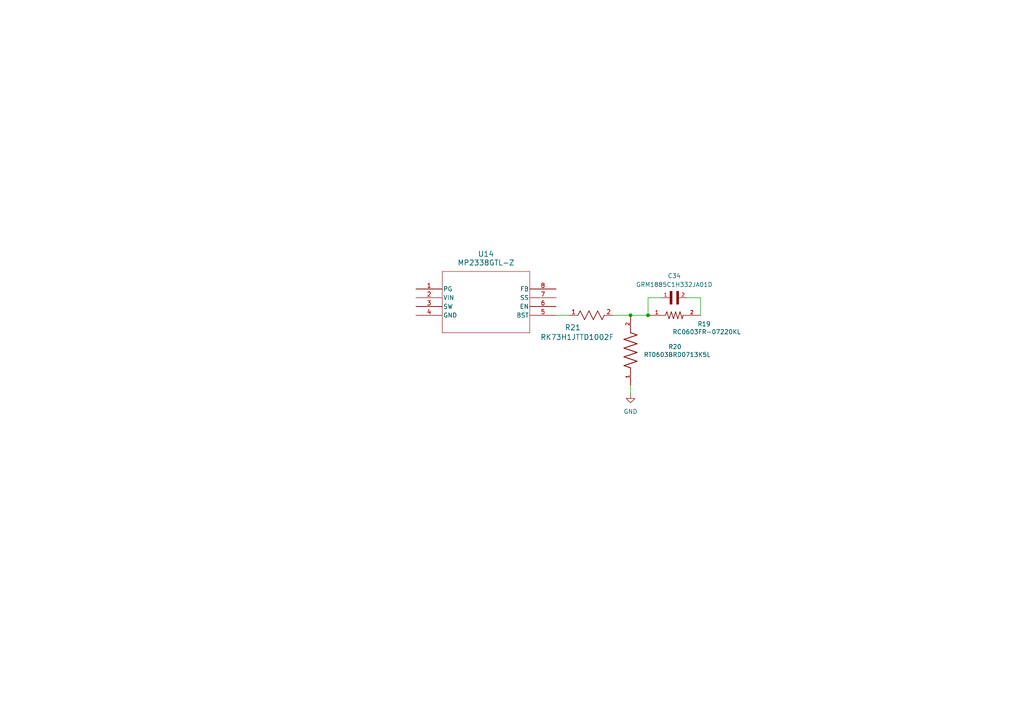
<source format=kicad_sch>
(kicad_sch (version 20250114) (generator "eeschema") (generator_version "9.0")
  (paper "A4")
  (lib_symbols
    (symbol "GRM1885C1H332JA01D:GRM1885C1H332JA01D" (pin_names (offset 1.016))
      (property "Reference" "C" (at 0 3.8109 0))
      (property "Value" "GRM1885C1H332JA01D" (at 0 -5.0885 0))
      (symbol "GRM1885C1H332JA01D_0_0"
        (rectangle (start 0 -1.9069) (end 0.635 1.905) (stroke (width 0.1)) (fill (type outline)))
        (rectangle (start 1.9069 -1.9069) (end 2.54 1.905) (stroke (width 0.1)) (fill (type outline)))
        (pin passive line (at -2.54 0 0) (length 2.54) (name "~") (number "1"))
        (pin passive line (at 5.08 0 180) (length 2.54) (name "~") (number "2"))
      )
    )
    (symbol "MP2338GTL-Z:MP2338GTL-Z" (pin_names (offset 0.254))
      (property "Reference" "U" (at 20.32 10.16 0))
      (property "Value" "MP2338GTL-Z" (at 20.32 7.62 0))
      (symbol "MP2338GTL-Z_0_1"
        (polyline (pts (xy 7.62 5.08) (xy 7.62 -12.7)) (stroke (width 0.127)))
        (polyline (pts (xy 7.62 -12.7) (xy 33.02 -12.7)) (stroke (width 0.127)))
        (polyline (pts (xy 33.02 5.08) (xy 7.62 5.08)) (stroke (width 0.127)))
        (polyline (pts (xy 33.02 -12.7) (xy 33.02 5.08)) (stroke (width 0.127)))
        (pin output line (at 0 0 0) (length 7.62) (name "PG") (number "1"))
        (pin power_in line (at 0 -2.54 0) (length 7.62) (name "VIN") (number "2"))
        (pin output line (at 0 -5.08 0) (length 7.62) (name "SW") (number "3"))
        (pin power_in line (at 0 -7.62 0) (length 7.62) (name "GND") (number "4"))
        (pin output line (at 40.64 0 180) (length 7.62) (name "FB") (number "8"))
        (pin unspecified line (at 40.64 -2.54 180) (length 7.62) (name "SS") (number "7"))
        (pin input line (at 40.64 -5.08 180) (length 7.62) (name "EN") (number "6"))
        (pin power_in line (at 40.64 -7.62 180) (length 7.62) (name "BST") (number "5"))
      )
    )
    (symbol "RC0603FR-07220KL:RC0603FR-07220KL" (pin_names (offset 1.016))
      (property "Reference" "R" (at -3.81 1.4986 0))
      (property "Value" "RC0603FR-07220KL" (at -3.81 -3.302 0))
      (symbol "RC0603FR-07220KL_0_0"
        (polyline (pts (xy -2.54 0) (xy -2.159 1.016)) (stroke (width 0.2032)))
        (polyline (pts (xy -2.159 1.016) (xy -1.524 -1.016)) (stroke (width 0.2032)))
        (polyline (pts (xy -1.524 -1.016) (xy -0.889 1.016)) (stroke (width 0.2032)))
        (polyline (pts (xy -0.889 1.016) (xy -0.254 -1.016)) (stroke (width 0.2032)))
        (polyline (pts (xy -0.254 -1.016) (xy 0.381 1.016)) (stroke (width 0.2032)))
        (polyline (pts (xy 0.381 1.016) (xy 1.016 -1.016)) (stroke (width 0.2032)))
        (polyline (pts (xy 1.016 -1.016) (xy 1.651 1.016)) (stroke (width 0.2032)))
        (polyline (pts (xy 1.651 1.016) (xy 2.286 -1.016)) (stroke (width 0.2032)))
        (polyline (pts (xy 2.286 -1.016) (xy 2.54 0)) (stroke (width 0.2032)))
        (pin passive line (at -7.62 0 0) (length 5.08) (name "~") (number "1"))
        (pin passive line (at 7.62 0 180) (length 5.08) (name "~") (number "2"))
      )
    )
    (symbol "RESTTD-1002F_KOA:RK73H1JTTD1002F" (pin_names (offset 0.254))
      (property "Reference" "R" (at 5.715 3.81 0))
      (property "Value" "RK73H1JTTD1002F" (at 6.35 -3.81 0))
      (symbol "RK73H1JTTD1002F_0_1"
        (polyline (pts (xy 2.54 0) (xy 3.175 1.27)) (stroke (width 0.2032)))
        (polyline (pts (xy 3.175 1.27) (xy 4.445 -1.27)) (stroke (width 0.2032)))
        (polyline (pts (xy 4.445 -1.27) (xy 5.715 1.27)) (stroke (width 0.2032)))
        (polyline (pts (xy 5.715 1.27) (xy 6.985 -1.27)) (stroke (width 0.2032)))
        (polyline (pts (xy 6.985 -1.27) (xy 8.255 1.27)) (stroke (width 0.2032)))
        (polyline (pts (xy 8.255 1.27) (xy 9.525 -1.27)) (stroke (width 0.2032)))
        (polyline (pts (xy 9.525 -1.27) (xy 10.16 0)) (stroke (width 0.2032)))
        (pin unspecified line (at 0 0 0) (length 2.54) (name "") (number "1"))
        (pin unspecified line (at 12.7 0 180) (length 2.54) (name "") (number "2"))
      )
    )
    (symbol "RT0603BRD0713K5L:RT0603BRD0713K5L" (pin_names (offset 1.016))
      (property "Reference" "R" (at -7.6244 2.5415 0))
      (property "Value" "RT0603BRD0713K5L" (at -7.63 -5.0866 0))
      (symbol "RT0603BRD0713K5L_0_0"
        (polyline (pts (xy -5.08 0) (xy -4.445 1.905)) (stroke (width 0.254)))
        (polyline (pts (xy -4.445 1.905) (xy -3.175 -1.905)) (stroke (width 0.254)))
        (polyline (pts (xy -3.175 -1.905) (xy -1.905 1.905)) (stroke (width 0.254)))
        (polyline (pts (xy -1.905 1.905) (xy -0.635 -1.905)) (stroke (width 0.254)))
        (polyline (pts (xy -0.635 -1.905) (xy 0.635 1.905)) (stroke (width 0.254)))
        (polyline (pts (xy 0.635 1.905) (xy 1.905 -1.905)) (stroke (width 0.254)))
        (polyline (pts (xy 1.905 -1.905) (xy 3.175 1.905)) (stroke (width 0.254)))
        (polyline (pts (xy 3.175 1.905) (xy 4.445 -1.905)) (stroke (width 0.254)))
        (polyline (pts (xy 4.445 -1.905) (xy 5.08 0)) (stroke (width 0.254)))
        (pin passive line (at -10.16 0 0) (length 5.08) (name "~") (number "1"))
        (pin passive line (at 10.16 0 180) (length 5.08) (name "~") (number "2"))
      )
    )
    (symbol "power:GND" (power) (pin_numbers (hide yes)) (pin_names (offset 0) (hide yes))
      (property "Value" "GND" (at 0 -3.81 0))
      (symbol "GND_0_1"
        (polyline (pts (xy 0 0) (xy 0 -1.27) (xy 1.27 -1.27) (xy 0 -2.54) (xy -1.27 -1.27) (xy 0 -1.27)))
      )
      (symbol "GND_1_1"
        (pin power_in line (at 0 0 270) (length 0) (name "~") (number "1"))
      )
    )
  )
  (junction (at 182.88 91.44))
  (junction (at 187.96 91.44))
  (wire (pts (xy 187.96 86.36) (xy 187.96 91.44)))
  (wire (pts (xy 203.2 91.44) (xy 203.2 86.36)))
  (wire (pts (xy 165.1 91.44) (xy 161.29 91.44)))
  (wire (pts (xy 191.77 86.36) (xy 187.96 86.36)))
  (wire (pts (xy 187.96 91.44) (xy 182.88 91.44)))
  (wire (pts (xy 203.2 86.36) (xy 199.39 86.36)))
  (wire (pts (xy 182.88 114.3) (xy 182.88 111.76)))
  (wire (pts (xy 182.88 91.44) (xy 177.8 91.44)))
  (symbol (lib_id "RC0603FR-07220KL:RC0603FR-07220KL") (at 195.58 91.44 0) (unit 1)
    (property "Reference" "R19" (at 204.216 93.98 0))
    (property "Value" "RC0603FR-07220KL" (at 204.978 96.266 0))
    (property "Footprint" "RC0603FR-07220KL:RESC1607X60N" (effects (hide yes)))
    (property "MF" "Yageo" (effects (hide yes)))
    (property "Description_1" "220 kOhms ±1% 0.1W, 1/10W Chip Resistor 0603 (1608 Metric) Moisture Resistant Thick Film" (effects (hide yes)))
    (property "Package" "0603 Yageo" (effects (hide yes)))
    (property "Price" "None" (effects (hide yes)))
    (property "SnapEDA_Link" "https://www.snapeda.com/parts/RC0603FR-07220KL/Yageo/view-part/?ref=snap" (effects (hide yes)))
    (property "MP" "RC0603FR-07220KL" (effects (hide yes)))
    (property "Availability" "In Stock" (effects (hide yes)))
    (property "Check_prices" "https://www.snapeda.com/parts/RC0603FR-07220KL/Yageo/view-part/?ref=eda" (effects (hide yes)))
  )
  (symbol (lib_id "GRM1885C1H332JA01D:GRM1885C1H332JA01D") (at 194.31 86.36 0) (unit 1)
    (property "Reference" "C34" (at 195.58 80.01 0))
    (property "Value" "GRM1885C1H332JA01D" (at 195.58 82.55 0))
    (property "Footprint" "GRM1885C1H332JA01D:CAPC1608X90N" (effects (hide yes)))
    (property "SnapEDA_Link" "https://www.snapeda.com/parts/GRM1885C1H332JA01D/Murata/view-part/?ref=snap" (effects (hide yes)))
    (property "Description_1" "Multilayer Ceramic Capacitor, GRM Series, 3300 pF, 5%, C0G / NP0, 50 V, 0603 [1608 Metric]" (effects (hide yes)))
    (property "MF" "Murata" (effects (hide yes)))
    (property "Package" "1608 Murata" (effects (hide yes)))
    (property "Check_prices" "https://www.snapeda.com/parts/GRM1885C1H332JA01D/Murata/view-part/?ref=eda" (effects (hide yes)))
    (property "MP" "GRM1885C1H332JA01D" (effects (hide yes)))
  )
  (symbol (lib_id "RESTTD-1002F_KOA:RK73H1JTTD1002F") (at 165.1 91.44 0) (unit 1)
    (property "Reference" "R21" (at 166.116 94.996 0) (effects (font (size 1.524 1.524))))
    (property "Value" "RK73H1JTTD1002F" (at 167.386 97.79 0) (effects (font (size 1.524 1.524))))
    (property "Footprint" "RES_TTD1002F_KOA" (effects (hide yes)))
    (property "Datasheet" "RK73H1JTTD1002F" (effects (hide yes)))
  )
  (symbol (lib_id "RT0603BRD0713K5L:RT0603BRD0713K5L") (at 182.88 101.6 90) (unit 1)
    (property "Reference" "R20" (at 193.802 100.584 90) (effects (justify right)))
    (property "Value" "RT0603BRD0713K5L" (at 186.69 102.8699 90) (effects (justify right)))
    (property "Footprint" "RT0603BRD0713K5L:RESC1608X55N" (effects (hide yes)))
    (property "DigiKey_Part_Number" "13-RT0603BRD0713K5LTR-ND" (effects (hide yes)))
    (property "SnapEDA_Link" "https://www.snapeda.com/parts/RT0603BRD0713K5L/Yageo/view-part/?ref=snap" (effects (hide yes)))
    (property "Description_1" "13.5 kOhms ±0.1% 0.1W, 1/10W Chip Resistor 0603 (1608 Metric)  Thin Film" (effects (hide yes)))
    (property "MF" "Yageo" (effects (hide yes)))
    (property "Package" "1608 Yageo" (effects (hide yes)))
    (property "Check_prices" "https://www.snapeda.com/parts/RT0603BRD0713K5L/Yageo/view-part/?ref=eda" (effects (hide yes)))
    (property "MP" "RT0603BRD0713K5L" (effects (hide yes)))
  )
  (symbol (lib_id "power:GND") (at 182.88 114.3 0) (unit 1)
    (property "Reference" "#PWR089" (effects (hide yes)))
    (property "Value" "GND" (at 182.88 119.38 0))
    (property "Description" "Power symbol creates a global label with name \"GND\" , ground" (effects (hide yes)))
  )
  (symbol (lib_id "MP2338GTL-Z:MP2338GTL-Z") (at 120.65 83.82 0) (unit 1)
    (property "Reference" "U14" (at 140.97 73.66 0) (effects (font (size 1.524 1.524))))
    (property "Value" "MP2338GTL-Z" (at 140.97 76.2 0) (effects (font (size 1.524 1.524))))
    (property "Footprint" "SOT583_MP2338_MNP" (effects (hide yes)))
    (property "Datasheet" "MP2338GTL-Z" (effects (hide yes)))
  )
)
</source>
